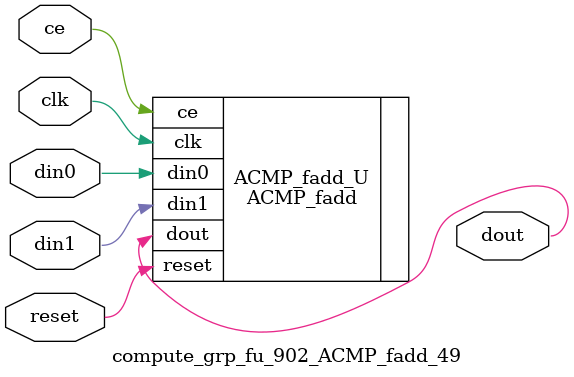
<source format=v>

`timescale 1 ns / 1 ps
module compute_grp_fu_902_ACMP_fadd_49(
    clk,
    reset,
    ce,
    din0,
    din1,
    dout);

parameter ID = 32'd1;
parameter NUM_STAGE = 32'd1;
parameter din0_WIDTH = 32'd1;
parameter din1_WIDTH = 32'd1;
parameter dout_WIDTH = 32'd1;
input clk;
input reset;
input ce;
input[din0_WIDTH - 1:0] din0;
input[din1_WIDTH - 1:0] din1;
output[dout_WIDTH - 1:0] dout;



ACMP_fadd #(
.ID( ID ),
.NUM_STAGE( 4 ),
.din0_WIDTH( din0_WIDTH ),
.din1_WIDTH( din1_WIDTH ),
.dout_WIDTH( dout_WIDTH ))
ACMP_fadd_U(
    .clk( clk ),
    .reset( reset ),
    .ce( ce ),
    .din0( din0 ),
    .din1( din1 ),
    .dout( dout ));

endmodule

</source>
